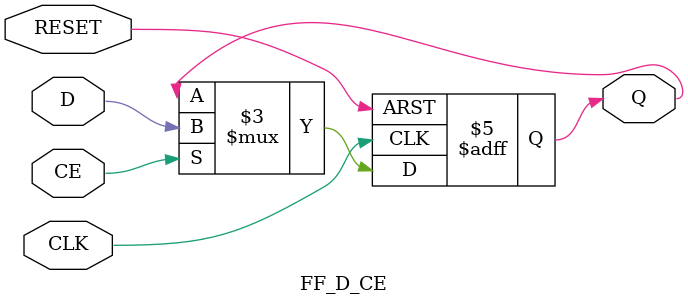
<source format=v>
`timescale 1ns / 1ps

module FF_D_CE(
    input D,
    input CLK,
    input CE,
    input RESET,
    output reg Q
    );
    
    always @ (posedge CLK or posedge RESET)
    begin
        if(RESET)
            Q = 1'b0;
        else if(CE)
			Q = D;
    end
endmodule

</source>
